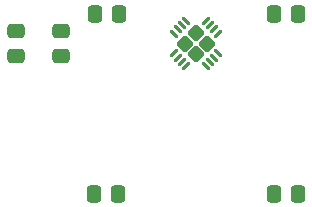
<source format=gbp>
G04 #@! TF.GenerationSoftware,KiCad,Pcbnew,(6.0.1)*
G04 #@! TF.CreationDate,2022-01-28T19:12:59+01:00*
G04 #@! TF.ProjectId,example,6578616d-706c-4652-9e6b-696361645f70,rev?*
G04 #@! TF.SameCoordinates,Original*
G04 #@! TF.FileFunction,Paste,Bot*
G04 #@! TF.FilePolarity,Positive*
%FSLAX46Y46*%
G04 Gerber Fmt 4.6, Leading zero omitted, Abs format (unit mm)*
G04 Created by KiCad (PCBNEW (6.0.1)) date 2022-01-28 19:12:59*
%MOMM*%
%LPD*%
G01*
G04 APERTURE LIST*
G04 Aperture macros list*
%AMRoundRect*
0 Rectangle with rounded corners*
0 $1 Rounding radius*
0 $2 $3 $4 $5 $6 $7 $8 $9 X,Y pos of 4 corners*
0 Add a 4 corners polygon primitive as box body*
4,1,4,$2,$3,$4,$5,$6,$7,$8,$9,$2,$3,0*
0 Add four circle primitives for the rounded corners*
1,1,$1+$1,$2,$3*
1,1,$1+$1,$4,$5*
1,1,$1+$1,$6,$7*
1,1,$1+$1,$8,$9*
0 Add four rect primitives between the rounded corners*
20,1,$1+$1,$2,$3,$4,$5,0*
20,1,$1+$1,$4,$5,$6,$7,0*
20,1,$1+$1,$6,$7,$8,$9,0*
20,1,$1+$1,$8,$9,$2,$3,0*%
G04 Aperture macros list end*
%ADD10RoundRect,0.250000X-0.337500X-0.475000X0.337500X-0.475000X0.337500X0.475000X-0.337500X0.475000X0*%
%ADD11RoundRect,0.250000X-0.475000X0.337500X-0.475000X-0.337500X0.475000X-0.337500X0.475000X0.337500X0*%
%ADD12RoundRect,0.250000X0.000000X0.445477X-0.445477X0.000000X0.000000X-0.445477X0.445477X0.000000X0*%
%ADD13RoundRect,0.062500X0.220971X0.309359X-0.309359X-0.220971X-0.220971X-0.309359X0.309359X0.220971X0*%
%ADD14RoundRect,0.062500X-0.220971X0.309359X-0.309359X0.220971X0.220971X-0.309359X0.309359X-0.220971X0*%
G04 APERTURE END LIST*
D10*
X113262500Y-63500000D03*
X115337500Y-63500000D03*
X98022500Y-78740000D03*
X100097500Y-78740000D03*
D11*
X91440000Y-65002500D03*
X91440000Y-67077500D03*
X95250000Y-65002500D03*
X95250000Y-67077500D03*
D10*
X98122500Y-63500000D03*
X100197500Y-63500000D03*
X113262500Y-78740000D03*
X115337500Y-78740000D03*
D12*
X105760761Y-66040000D03*
X107599239Y-66040000D03*
X106680000Y-65120761D03*
X106680000Y-66959239D03*
D13*
X107519689Y-64139651D03*
X107873243Y-64493204D03*
X108226796Y-64846757D03*
X108580349Y-65200311D03*
D14*
X108580349Y-66879689D03*
X108226796Y-67233243D03*
X107873243Y-67586796D03*
X107519689Y-67940349D03*
D13*
X105840311Y-67940349D03*
X105486757Y-67586796D03*
X105133204Y-67233243D03*
X104779651Y-66879689D03*
D14*
X104779651Y-65200311D03*
X105133204Y-64846757D03*
X105486757Y-64493204D03*
X105840311Y-64139651D03*
M02*

</source>
